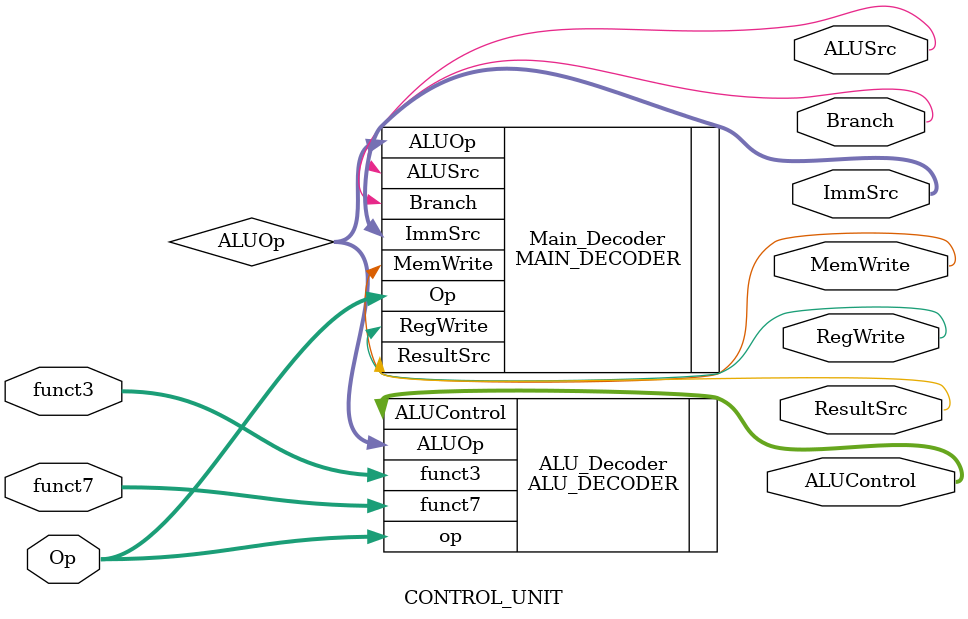
<source format=v>
module CONTROL_UNIT(

    input [6:0]Op,funct7,
    input [2:0]funct3,
    output RegWrite,ALUSrc,MemWrite,ResultSrc,Branch,
    output [1:0]ImmSrc,
    output [2:0]ALUControl
);
    wire [1:0]ALUOp;

    MAIN_DECODER Main_Decoder(
                .Op(Op),
                .RegWrite(RegWrite),
                .ImmSrc(ImmSrc),
                .MemWrite(MemWrite),
                .ResultSrc(ResultSrc),
                .Branch(Branch),
                .ALUSrc(ALUSrc),
                .ALUOp(ALUOp)
    );

    ALU_DECODER ALU_Decoder(
                            .ALUOp(ALUOp),
                            .funct3(funct3),
                            .funct7(funct7),
                            .op(Op),
                            .ALUControl(ALUControl)
    );


endmodule

</source>
